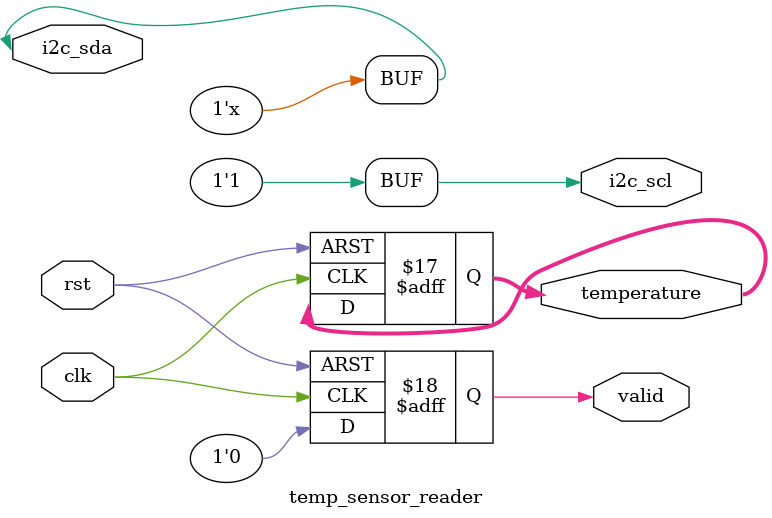
<source format=sv>
`timescale 1ns / 1ps // Defines this module's simulation time unit (1 ns) and time precision unit (1 ps)

module temp_sensor_reader (
    input logic clk,
    input logic rst,
    output logic signed [11:0] temperature,
    output logic valid,
    output logic i2c_scl,
    inout wire i2c_sda
);
    
    logic [11:0] counter;
    logic [7:0] lfsr;
    
    assign i2c_scl = 1'b1;
    assign i2c_sda = 1'bz;
    
    always_ff@(posedge(clk), posedge(rst)) begin
       if(rst) begin                         
          counter <= 0;
          temperature <= 12'sd20;
          valid <= 0;
          lfsr <= 8'hA5;
       end
       else begin
          counter <= counter + 1;
          valid <= 0; 
    
          if(counter == 1_000_000) begin
             counter <= 0;
                
             // 8-bit LFSR: x^8 + x^6 + x^5 + x^4 + 1
             lfsr <= {lfsr[6:0], lfsr[7] ^ lfsr[5] ^ lfsr[4] ^ lfsr[3]};
                
             // Small signed variation: -2 to +1
             temperature <= temperature + $signed({1'b0, lfsr[1:0]}) - 12'sd2;
               
             valid <= 1;
          end
       end
    end
         
endmodule
</source>
